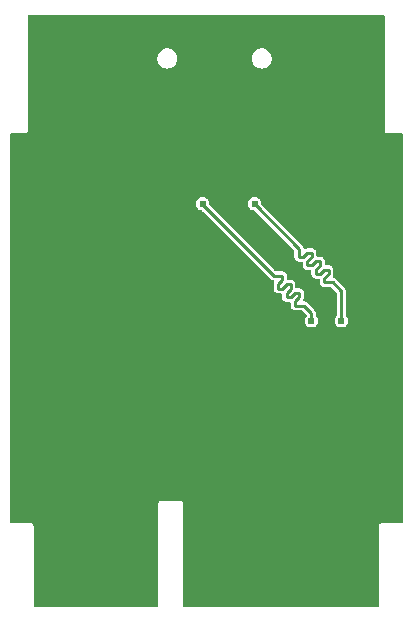
<source format=gbl>
G04 Layer: BottomLayer*
G04 EasyEDA v6.5.23, 2023-05-05 12:33:24*
G04 99fe30585978489ba2b06a073ac4f22d,10*
G04 Gerber Generator version 0.2*
G04 Scale: 100 percent, Rotated: No, Reflected: No *
G04 Dimensions in millimeters *
G04 leading zeros omitted , absolute positions ,4 integer and 5 decimal *
%FSLAX45Y45*%
%MOMM*%

%ADD10C,0.2540*%
%ADD11C,0.6096*%
%ADD12C,0.6100*%

%LPD*%
G36*
X2639568Y-6184392D02*
G01*
X2635656Y-6183630D01*
X2632405Y-6181394D01*
X2630170Y-6178143D01*
X2629408Y-6174232D01*
X2629408Y-5499709D01*
X2628595Y-5493207D01*
X2626512Y-5487670D01*
X2622956Y-5482539D01*
X2619959Y-5479491D01*
X2616352Y-5476849D01*
X2610815Y-5474360D01*
X2603347Y-5473192D01*
X2436368Y-5473192D01*
X2432456Y-5472430D01*
X2429205Y-5470194D01*
X2426970Y-5466943D01*
X2426208Y-5463032D01*
X2426208Y-2182368D01*
X2426970Y-2178456D01*
X2429205Y-2175205D01*
X2432456Y-2172970D01*
X2436368Y-2172208D01*
X2552090Y-2172208D01*
X2558592Y-2171395D01*
X2564130Y-2169312D01*
X2569260Y-2165756D01*
X2572308Y-2162759D01*
X2574950Y-2159152D01*
X2577439Y-2153615D01*
X2578608Y-2146147D01*
X2578608Y-1179068D01*
X2579370Y-1175156D01*
X2581605Y-1171905D01*
X2584856Y-1169670D01*
X2588768Y-1168908D01*
X5590032Y-1168908D01*
X5593943Y-1169670D01*
X5597194Y-1171905D01*
X5599430Y-1175156D01*
X5600192Y-1179068D01*
X5600192Y-2145690D01*
X5601004Y-2152192D01*
X5603087Y-2157730D01*
X5606643Y-2162860D01*
X5609640Y-2165908D01*
X5613247Y-2168550D01*
X5618784Y-2171039D01*
X5626252Y-2172208D01*
X5742432Y-2172208D01*
X5746343Y-2172970D01*
X5749594Y-2175205D01*
X5751830Y-2178456D01*
X5752592Y-2182368D01*
X5752592Y-5463032D01*
X5751830Y-5466943D01*
X5749594Y-5470194D01*
X5746343Y-5472430D01*
X5742432Y-5473192D01*
X5575909Y-5473192D01*
X5569407Y-5474004D01*
X5563870Y-5476087D01*
X5558739Y-5479643D01*
X5555691Y-5482640D01*
X5553049Y-5486247D01*
X5550560Y-5491784D01*
X5549392Y-5499252D01*
X5549392Y-6174232D01*
X5548630Y-6178143D01*
X5546394Y-6181394D01*
X5543143Y-6183630D01*
X5539232Y-6184392D01*
X3903319Y-6184392D01*
X3899458Y-6183630D01*
X3896156Y-6181394D01*
X3893921Y-6178143D01*
X3893159Y-6174232D01*
X3893058Y-5309158D01*
X3892245Y-5302656D01*
X3890162Y-5297119D01*
X3886555Y-5291988D01*
X3883609Y-5289042D01*
X3879951Y-5286349D01*
X3874414Y-5283860D01*
X3866997Y-5282692D01*
X3709009Y-5282692D01*
X3702507Y-5283504D01*
X3696970Y-5285587D01*
X3691839Y-5289143D01*
X3688791Y-5292140D01*
X3686149Y-5295747D01*
X3683660Y-5301284D01*
X3682492Y-5308752D01*
X3682492Y-6174232D01*
X3681729Y-6178143D01*
X3679494Y-6181394D01*
X3676243Y-6183630D01*
X3672332Y-6184392D01*
G37*

%LPC*%
G36*
X5232400Y-3815537D02*
G01*
X5242204Y-3814673D01*
X5251653Y-3812133D01*
X5260594Y-3808018D01*
X5268620Y-3802379D01*
X5275580Y-3795420D01*
X5281218Y-3787394D01*
X5285333Y-3778453D01*
X5287873Y-3769004D01*
X5288737Y-3759200D01*
X5287873Y-3749395D01*
X5285333Y-3739946D01*
X5281218Y-3731006D01*
X5275580Y-3722979D01*
X5274005Y-3721404D01*
X5271770Y-3718102D01*
X5271008Y-3714191D01*
X5271008Y-3505708D01*
X5270195Y-3497681D01*
X5268010Y-3490468D01*
X5264454Y-3483762D01*
X5259324Y-3477564D01*
X5189677Y-3407918D01*
X5183479Y-3402787D01*
X5176774Y-3399231D01*
X5169560Y-3397046D01*
X5167325Y-3396792D01*
X5163515Y-3395675D01*
X5160467Y-3393135D01*
X5158587Y-3389629D01*
X5158232Y-3385718D01*
X5159349Y-3381908D01*
X5161584Y-3377692D01*
X5163769Y-3370478D01*
X5164582Y-3362451D01*
X5164582Y-3327654D01*
X5163769Y-3319627D01*
X5161584Y-3312414D01*
X5158028Y-3305708D01*
X5153253Y-3299866D01*
X5147411Y-3295091D01*
X5140706Y-3291535D01*
X5133492Y-3289350D01*
X5125466Y-3288537D01*
X5103114Y-3288537D01*
X5099202Y-3287776D01*
X5095951Y-3285540D01*
X5093716Y-3282289D01*
X5092954Y-3278378D01*
X5092954Y-3255772D01*
X5092141Y-3247745D01*
X5089956Y-3240532D01*
X5086400Y-3233826D01*
X5081625Y-3227984D01*
X5075783Y-3223209D01*
X5069078Y-3219653D01*
X5061864Y-3217468D01*
X5053838Y-3216656D01*
X5031232Y-3216656D01*
X5027320Y-3215894D01*
X5024069Y-3213658D01*
X5021834Y-3210407D01*
X5021072Y-3206496D01*
X5021072Y-3183890D01*
X5020259Y-3175863D01*
X5018074Y-3168650D01*
X5014518Y-3161944D01*
X5009743Y-3156102D01*
X5003901Y-3151327D01*
X4997196Y-3147771D01*
X4989982Y-3145586D01*
X4981956Y-3144774D01*
X4946904Y-3144774D01*
X4938877Y-3145586D01*
X4931664Y-3147771D01*
X4927650Y-3149904D01*
X4923891Y-3151022D01*
X4919929Y-3150666D01*
X4916424Y-3148787D01*
X4913934Y-3145688D01*
X4912766Y-3141929D01*
X4912563Y-3140049D01*
X4910378Y-3132836D01*
X4906822Y-3126130D01*
X4901692Y-3119932D01*
X4558284Y-2776524D01*
X4555947Y-2772867D01*
X4555337Y-2768600D01*
X4554474Y-2758795D01*
X4551934Y-2749346D01*
X4547819Y-2740406D01*
X4542180Y-2732379D01*
X4535220Y-2725420D01*
X4527194Y-2719781D01*
X4518253Y-2715666D01*
X4508804Y-2713126D01*
X4499000Y-2712262D01*
X4489196Y-2713126D01*
X4479747Y-2715666D01*
X4470806Y-2719781D01*
X4462780Y-2725420D01*
X4455820Y-2732379D01*
X4450181Y-2740406D01*
X4446066Y-2749346D01*
X4443526Y-2758795D01*
X4442663Y-2768600D01*
X4443526Y-2778404D01*
X4446066Y-2787853D01*
X4450181Y-2796794D01*
X4455820Y-2804820D01*
X4462780Y-2811780D01*
X4470806Y-2817418D01*
X4479747Y-2821533D01*
X4489196Y-2824073D01*
X4493717Y-2824480D01*
X4497120Y-2825394D01*
X4500016Y-2827426D01*
X4833162Y-3160572D01*
X4835398Y-3163874D01*
X4836160Y-3167786D01*
X4836160Y-3218688D01*
X4836972Y-3226714D01*
X4839157Y-3233928D01*
X4842713Y-3240633D01*
X4847488Y-3246475D01*
X4853330Y-3251250D01*
X4860036Y-3254806D01*
X4867249Y-3256991D01*
X4875276Y-3257803D01*
X4897628Y-3257803D01*
X4901539Y-3258565D01*
X4904790Y-3260801D01*
X4907026Y-3264052D01*
X4907788Y-3267964D01*
X4907788Y-3290570D01*
X4908600Y-3298596D01*
X4910785Y-3305810D01*
X4914341Y-3312515D01*
X4919116Y-3318357D01*
X4924958Y-3323132D01*
X4931664Y-3326688D01*
X4938877Y-3328873D01*
X4946904Y-3329686D01*
X4969510Y-3329686D01*
X4973421Y-3330448D01*
X4976672Y-3332683D01*
X4978908Y-3335934D01*
X4979670Y-3339846D01*
X4979670Y-3362451D01*
X4980482Y-3370478D01*
X4982667Y-3377692D01*
X4986223Y-3384397D01*
X4990998Y-3390239D01*
X4996840Y-3395014D01*
X5003546Y-3398570D01*
X5010759Y-3400755D01*
X5018786Y-3401568D01*
X5041392Y-3401568D01*
X5045303Y-3402329D01*
X5048554Y-3404565D01*
X5050790Y-3407816D01*
X5051552Y-3411728D01*
X5051552Y-3434334D01*
X5052364Y-3442360D01*
X5054549Y-3449574D01*
X5058105Y-3456279D01*
X5062880Y-3462121D01*
X5068722Y-3466896D01*
X5075428Y-3470452D01*
X5082641Y-3472637D01*
X5090668Y-3473450D01*
X5141823Y-3473450D01*
X5145735Y-3474212D01*
X5149037Y-3476447D01*
X5190794Y-3518204D01*
X5193030Y-3521506D01*
X5193792Y-3525418D01*
X5193792Y-3714191D01*
X5193030Y-3718102D01*
X5190794Y-3721404D01*
X5189220Y-3722979D01*
X5183581Y-3731006D01*
X5179466Y-3739946D01*
X5176926Y-3749395D01*
X5176062Y-3759200D01*
X5176926Y-3769004D01*
X5179466Y-3778453D01*
X5183581Y-3787394D01*
X5189220Y-3795420D01*
X5196179Y-3802379D01*
X5204206Y-3808018D01*
X5213146Y-3812133D01*
X5222595Y-3814673D01*
G37*
G36*
X4978400Y-3815537D02*
G01*
X4988204Y-3814673D01*
X4997653Y-3812133D01*
X5006594Y-3808018D01*
X5014620Y-3802379D01*
X5021580Y-3795420D01*
X5027218Y-3787394D01*
X5031333Y-3778453D01*
X5033873Y-3769004D01*
X5034737Y-3759200D01*
X5033873Y-3749395D01*
X5031333Y-3739946D01*
X5027218Y-3731006D01*
X5021580Y-3722979D01*
X5020005Y-3721404D01*
X5017770Y-3718102D01*
X5017008Y-3714191D01*
X5017008Y-3696208D01*
X5016195Y-3688181D01*
X5014010Y-3680968D01*
X5010454Y-3674262D01*
X5005324Y-3668064D01*
X4941011Y-3603751D01*
X4934813Y-3598621D01*
X4928108Y-3595065D01*
X4920894Y-3592880D01*
X4918913Y-3592677D01*
X4915103Y-3591509D01*
X4912055Y-3589020D01*
X4910175Y-3585514D01*
X4909769Y-3581552D01*
X4910937Y-3577742D01*
X4913172Y-3573576D01*
X4915357Y-3566312D01*
X4916170Y-3558286D01*
X4916170Y-3523487D01*
X4915357Y-3515461D01*
X4913172Y-3508248D01*
X4909616Y-3501542D01*
X4904841Y-3495700D01*
X4898999Y-3490925D01*
X4892294Y-3487369D01*
X4885080Y-3485184D01*
X4877054Y-3484372D01*
X4854448Y-3484372D01*
X4850536Y-3483610D01*
X4847285Y-3481374D01*
X4845050Y-3478123D01*
X4844288Y-3474212D01*
X4844288Y-3451606D01*
X4843475Y-3443579D01*
X4841290Y-3436365D01*
X4837734Y-3429660D01*
X4832959Y-3423818D01*
X4827117Y-3419043D01*
X4820412Y-3415487D01*
X4813198Y-3413302D01*
X4805172Y-3412490D01*
X4782566Y-3412490D01*
X4778654Y-3411728D01*
X4775403Y-3409492D01*
X4773168Y-3406241D01*
X4772406Y-3402329D01*
X4772406Y-3379724D01*
X4771593Y-3371697D01*
X4769408Y-3364484D01*
X4765852Y-3357778D01*
X4761077Y-3351936D01*
X4755235Y-3347161D01*
X4748530Y-3343605D01*
X4741316Y-3341420D01*
X4733290Y-3340608D01*
X4682134Y-3340608D01*
X4678222Y-3339846D01*
X4674920Y-3337610D01*
X4117949Y-2780639D01*
X4115562Y-2776931D01*
X4115003Y-2772562D01*
X4115358Y-2768600D01*
X4114495Y-2758795D01*
X4111955Y-2749346D01*
X4107789Y-2740406D01*
X4102150Y-2732379D01*
X4095242Y-2725420D01*
X4087164Y-2719781D01*
X4078274Y-2715666D01*
X4068775Y-2713126D01*
X4059021Y-2712262D01*
X4049217Y-2713126D01*
X4039717Y-2715666D01*
X4030827Y-2719781D01*
X4022750Y-2725420D01*
X4015841Y-2732379D01*
X4010202Y-2740406D01*
X4006037Y-2749346D01*
X4003497Y-2758795D01*
X4002633Y-2768600D01*
X4003497Y-2778404D01*
X4006037Y-2787853D01*
X4010202Y-2796794D01*
X4015841Y-2804820D01*
X4022750Y-2811780D01*
X4030827Y-2817418D01*
X4039666Y-2821533D01*
X4050487Y-2824327D01*
X4052976Y-2825343D01*
X4055110Y-2826969D01*
X4634280Y-3406140D01*
X4640478Y-3411270D01*
X4647184Y-3414826D01*
X4654397Y-3417011D01*
X4656632Y-3417265D01*
X4660442Y-3418382D01*
X4663490Y-3420922D01*
X4665370Y-3424428D01*
X4665726Y-3428339D01*
X4664608Y-3432149D01*
X4662373Y-3436365D01*
X4660188Y-3443579D01*
X4659376Y-3451606D01*
X4659376Y-3486658D01*
X4660188Y-3494684D01*
X4662373Y-3501898D01*
X4665929Y-3508603D01*
X4670704Y-3514445D01*
X4676546Y-3519220D01*
X4683252Y-3522776D01*
X4690465Y-3524961D01*
X4698492Y-3525774D01*
X4721098Y-3525774D01*
X4725009Y-3526536D01*
X4728260Y-3528771D01*
X4730496Y-3532022D01*
X4731258Y-3535934D01*
X4731258Y-3558286D01*
X4732070Y-3566312D01*
X4734255Y-3573526D01*
X4737811Y-3580231D01*
X4742586Y-3586073D01*
X4748428Y-3590848D01*
X4755134Y-3594404D01*
X4762347Y-3596589D01*
X4770374Y-3597401D01*
X4792980Y-3597401D01*
X4796891Y-3598164D01*
X4800142Y-3600399D01*
X4802378Y-3603650D01*
X4803140Y-3607562D01*
X4803140Y-3630168D01*
X4803952Y-3638194D01*
X4806137Y-3645408D01*
X4809693Y-3652113D01*
X4814468Y-3657955D01*
X4820310Y-3662730D01*
X4827016Y-3666286D01*
X4834229Y-3668471D01*
X4842256Y-3669284D01*
X4893157Y-3669284D01*
X4897069Y-3670046D01*
X4900371Y-3672281D01*
X4935982Y-3707892D01*
X4938166Y-3711194D01*
X4938928Y-3715054D01*
X4938166Y-3718966D01*
X4929581Y-3731006D01*
X4925466Y-3739946D01*
X4922926Y-3749395D01*
X4922062Y-3759200D01*
X4922926Y-3769004D01*
X4925466Y-3778453D01*
X4929581Y-3787394D01*
X4935220Y-3795420D01*
X4942179Y-3802379D01*
X4950206Y-3808018D01*
X4959146Y-3812133D01*
X4968595Y-3814673D01*
G37*
G36*
X4558995Y-1624076D02*
G01*
X4571238Y-1623212D01*
X4583176Y-1620621D01*
X4594656Y-1616303D01*
X4605426Y-1610461D01*
X4615230Y-1603095D01*
X4623917Y-1594459D01*
X4631232Y-1584655D01*
X4637125Y-1573885D01*
X4641392Y-1562404D01*
X4643983Y-1550416D01*
X4644898Y-1538224D01*
X4643983Y-1525981D01*
X4641392Y-1513992D01*
X4637125Y-1502511D01*
X4631232Y-1491792D01*
X4623917Y-1481937D01*
X4615230Y-1473301D01*
X4605426Y-1465935D01*
X4594656Y-1460093D01*
X4583176Y-1455775D01*
X4571238Y-1453184D01*
X4558995Y-1452321D01*
X4546752Y-1453184D01*
X4534814Y-1455775D01*
X4523333Y-1460093D01*
X4512564Y-1465935D01*
X4502759Y-1473301D01*
X4494072Y-1481937D01*
X4486757Y-1491792D01*
X4480864Y-1502511D01*
X4476597Y-1513992D01*
X4474006Y-1525981D01*
X4473092Y-1538224D01*
X4474006Y-1550416D01*
X4476597Y-1562404D01*
X4480864Y-1573885D01*
X4486757Y-1584655D01*
X4494072Y-1594459D01*
X4502759Y-1603095D01*
X4512564Y-1610461D01*
X4523333Y-1616303D01*
X4534814Y-1620621D01*
X4546752Y-1623212D01*
G37*
G36*
X3758996Y-1624076D02*
G01*
X3771239Y-1623212D01*
X3783177Y-1620621D01*
X3794658Y-1616303D01*
X3805428Y-1610461D01*
X3815232Y-1603095D01*
X3823919Y-1594459D01*
X3831234Y-1584655D01*
X3837127Y-1573885D01*
X3841394Y-1562404D01*
X3843985Y-1550416D01*
X3844899Y-1538224D01*
X3843985Y-1525981D01*
X3841394Y-1513992D01*
X3837127Y-1502511D01*
X3831234Y-1491792D01*
X3823919Y-1481937D01*
X3815232Y-1473301D01*
X3805428Y-1465935D01*
X3794658Y-1460093D01*
X3783177Y-1455775D01*
X3771239Y-1453184D01*
X3758996Y-1452321D01*
X3746754Y-1453184D01*
X3734815Y-1455775D01*
X3723335Y-1460093D01*
X3712565Y-1465935D01*
X3702761Y-1473301D01*
X3694074Y-1481937D01*
X3686759Y-1491792D01*
X3680866Y-1502511D01*
X3676599Y-1513992D01*
X3674008Y-1525981D01*
X3673094Y-1538224D01*
X3674008Y-1550416D01*
X3676599Y-1562404D01*
X3680866Y-1573885D01*
X3686759Y-1584655D01*
X3694074Y-1594459D01*
X3702761Y-1603095D01*
X3712565Y-1610461D01*
X3723335Y-1616303D01*
X3734815Y-1620621D01*
X3746754Y-1623212D01*
G37*

%LPD*%
D10*
X4499102Y-2768600D02*
G01*
X4499102Y-2771902D01*
X4874768Y-3147568D01*
X4874768Y-3219195D01*
X4910581Y-3219195D01*
X4946395Y-3183381D01*
X4982463Y-3183381D01*
X4982463Y-3219195D01*
X4946395Y-3255263D01*
X4946395Y-3291078D01*
X4982463Y-3291078D01*
X5018277Y-3255263D01*
X5054345Y-3255263D01*
X5054345Y-3291078D01*
X5018277Y-3327145D01*
X5018277Y-3362960D01*
X5054345Y-3362960D01*
X5090159Y-3327145D01*
X5125974Y-3327145D01*
X5125974Y-3362960D01*
X5090159Y-3398773D01*
X5090159Y-3434842D01*
X5162041Y-3434842D01*
X5232400Y-3505200D01*
X5232400Y-3759200D01*
X4058920Y-2768600D02*
G01*
X4058920Y-2776220D01*
X4661915Y-3379215D01*
X4733797Y-3379215D01*
X4733797Y-3415284D01*
X4697984Y-3451097D01*
X4697984Y-3487165D01*
X4733797Y-3487165D01*
X4769865Y-3451097D01*
X4805679Y-3451097D01*
X4805679Y-3487165D01*
X4769865Y-3522979D01*
X4769865Y-3558794D01*
X4805679Y-3558794D01*
X4841747Y-3522979D01*
X4877561Y-3522979D01*
X4877561Y-3558794D01*
X4841747Y-3594862D01*
X4841747Y-3630676D01*
X4913375Y-3630676D01*
X4978400Y-3695700D01*
X4978400Y-3759200D01*
D11*
G01*
X4499000Y-2768600D03*
G01*
X5232400Y-3759200D03*
G01*
X4058996Y-2768600D03*
G01*
X4978400Y-3759200D03*
G01*
X4127500Y-5435600D03*
G01*
X4229100Y-5435600D03*
G01*
X4330700Y-5232400D03*
G01*
X4127500Y-5334000D03*
D12*
G01*
X2641600Y-3416300D03*
G01*
X2641600Y-3924300D03*
G01*
X2954756Y-1247927D03*
G01*
X2954756Y-1755927D03*
G01*
X2954756Y-2263927D03*
G01*
X2954756Y-2771927D03*
G01*
X3462731Y-1247927D03*
G01*
X3462731Y-1755927D03*
G01*
X3462731Y-2263927D03*
G01*
X3462731Y-3279927D03*
G01*
X3970731Y-1247927D03*
G01*
X3970731Y-1755927D03*
G01*
X3970731Y-2263927D03*
G01*
X3970731Y-3279927D03*
G01*
X3970731Y-3787927D03*
G01*
X4478756Y-1247927D03*
G01*
X4478756Y-1755927D03*
G01*
X4478756Y-2263927D03*
G01*
X4478756Y-3787927D03*
G01*
X4986731Y-1247927D03*
G01*
X4986731Y-1755927D03*
G01*
X4986731Y-2263927D03*
G01*
X4986731Y-2771927D03*
G01*
X5494731Y-1247927D03*
G01*
X5494731Y-1755927D03*
G01*
X5494731Y-2263927D03*
G01*
X5494731Y-2771927D03*
G01*
X5494731Y-3279927D03*
G01*
X5494731Y-3787927D03*
G01*
X4406900Y-2806700D03*
G01*
X4406900Y-2489200D03*
D11*
G01*
X4127500Y-5232400D03*
G01*
X4229100Y-5232400D03*
G01*
X3073400Y-3784600D03*
G01*
X3327400Y-3784600D03*
G01*
X4330700Y-5334000D03*
G01*
X4330700Y-5435600D03*
M02*

</source>
